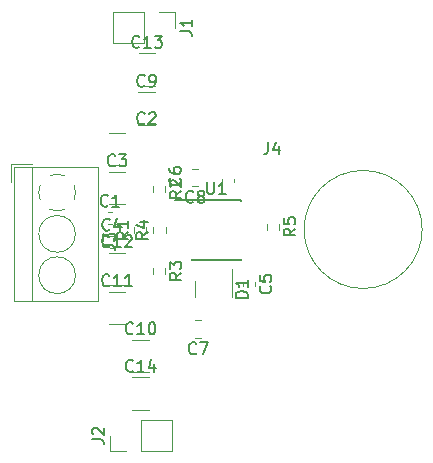
<source format=gbr>
%TF.GenerationSoftware,KiCad,Pcbnew,6.0.4-6f826c9f35~116~ubuntu18.04.1*%
%TF.CreationDate,2022-05-09T12:51:31-04:00*%
%TF.ProjectId,Instrumentation_ampl_with_batteries,496e7374-7275-46d6-956e-746174696f6e,rev?*%
%TF.SameCoordinates,Original*%
%TF.FileFunction,Legend,Top*%
%TF.FilePolarity,Positive*%
%FSLAX46Y46*%
G04 Gerber Fmt 4.6, Leading zero omitted, Abs format (unit mm)*
G04 Created by KiCad (PCBNEW 6.0.4-6f826c9f35~116~ubuntu18.04.1) date 2022-05-09 12:51:31*
%MOMM*%
%LPD*%
G01*
G04 APERTURE LIST*
%ADD10C,0.150000*%
%ADD11C,0.120000*%
G04 APERTURE END LIST*
D10*
%TO.C,C14*%
X73984142Y-122771142D02*
X73936523Y-122818761D01*
X73793666Y-122866380D01*
X73698428Y-122866380D01*
X73555571Y-122818761D01*
X73460333Y-122723523D01*
X73412714Y-122628285D01*
X73365095Y-122437809D01*
X73365095Y-122294952D01*
X73412714Y-122104476D01*
X73460333Y-122009238D01*
X73555571Y-121914000D01*
X73698428Y-121866380D01*
X73793666Y-121866380D01*
X73936523Y-121914000D01*
X73984142Y-121961619D01*
X74936523Y-122866380D02*
X74365095Y-122866380D01*
X74650809Y-122866380D02*
X74650809Y-121866380D01*
X74555571Y-122009238D01*
X74460333Y-122104476D01*
X74365095Y-122152095D01*
X75793666Y-122199714D02*
X75793666Y-122866380D01*
X75555571Y-121818761D02*
X75317476Y-122533047D01*
X75936523Y-122533047D01*
%TO.C,C13*%
X74541142Y-95339142D02*
X74493523Y-95386761D01*
X74350666Y-95434380D01*
X74255428Y-95434380D01*
X74112571Y-95386761D01*
X74017333Y-95291523D01*
X73969714Y-95196285D01*
X73922095Y-95005809D01*
X73922095Y-94862952D01*
X73969714Y-94672476D01*
X74017333Y-94577238D01*
X74112571Y-94482000D01*
X74255428Y-94434380D01*
X74350666Y-94434380D01*
X74493523Y-94482000D01*
X74541142Y-94529619D01*
X75493523Y-95434380D02*
X74922095Y-95434380D01*
X75207809Y-95434380D02*
X75207809Y-94434380D01*
X75112571Y-94577238D01*
X75017333Y-94672476D01*
X74922095Y-94720095D01*
X75826857Y-94434380D02*
X76445904Y-94434380D01*
X76112571Y-94815333D01*
X76255428Y-94815333D01*
X76350666Y-94862952D01*
X76398285Y-94910571D01*
X76445904Y-95005809D01*
X76445904Y-95243904D01*
X76398285Y-95339142D01*
X76350666Y-95386761D01*
X76255428Y-95434380D01*
X75969714Y-95434380D01*
X75874476Y-95386761D01*
X75826857Y-95339142D01*
%TO.C,C12*%
X72001142Y-112230142D02*
X71953523Y-112277761D01*
X71810666Y-112325380D01*
X71715428Y-112325380D01*
X71572571Y-112277761D01*
X71477333Y-112182523D01*
X71429714Y-112087285D01*
X71382095Y-111896809D01*
X71382095Y-111753952D01*
X71429714Y-111563476D01*
X71477333Y-111468238D01*
X71572571Y-111373000D01*
X71715428Y-111325380D01*
X71810666Y-111325380D01*
X71953523Y-111373000D01*
X72001142Y-111420619D01*
X72953523Y-112325380D02*
X72382095Y-112325380D01*
X72667809Y-112325380D02*
X72667809Y-111325380D01*
X72572571Y-111468238D01*
X72477333Y-111563476D01*
X72382095Y-111611095D01*
X73334476Y-111420619D02*
X73382095Y-111373000D01*
X73477333Y-111325380D01*
X73715428Y-111325380D01*
X73810666Y-111373000D01*
X73858285Y-111420619D01*
X73905904Y-111515857D01*
X73905904Y-111611095D01*
X73858285Y-111753952D01*
X73286857Y-112325380D01*
X73905904Y-112325380D01*
%TO.C,C11*%
X72001142Y-115532142D02*
X71953523Y-115579761D01*
X71810666Y-115627380D01*
X71715428Y-115627380D01*
X71572571Y-115579761D01*
X71477333Y-115484523D01*
X71429714Y-115389285D01*
X71382095Y-115198809D01*
X71382095Y-115055952D01*
X71429714Y-114865476D01*
X71477333Y-114770238D01*
X71572571Y-114675000D01*
X71715428Y-114627380D01*
X71810666Y-114627380D01*
X71953523Y-114675000D01*
X72001142Y-114722619D01*
X72953523Y-115627380D02*
X72382095Y-115627380D01*
X72667809Y-115627380D02*
X72667809Y-114627380D01*
X72572571Y-114770238D01*
X72477333Y-114865476D01*
X72382095Y-114913095D01*
X73905904Y-115627380D02*
X73334476Y-115627380D01*
X73620190Y-115627380D02*
X73620190Y-114627380D01*
X73524952Y-114770238D01*
X73429714Y-114865476D01*
X73334476Y-114913095D01*
%TO.C,C10*%
X73984142Y-119596142D02*
X73936523Y-119643761D01*
X73793666Y-119691380D01*
X73698428Y-119691380D01*
X73555571Y-119643761D01*
X73460333Y-119548523D01*
X73412714Y-119453285D01*
X73365095Y-119262809D01*
X73365095Y-119119952D01*
X73412714Y-118929476D01*
X73460333Y-118834238D01*
X73555571Y-118739000D01*
X73698428Y-118691380D01*
X73793666Y-118691380D01*
X73936523Y-118739000D01*
X73984142Y-118786619D01*
X74936523Y-119691380D02*
X74365095Y-119691380D01*
X74650809Y-119691380D02*
X74650809Y-118691380D01*
X74555571Y-118834238D01*
X74460333Y-118929476D01*
X74365095Y-118977095D01*
X75555571Y-118691380D02*
X75650809Y-118691380D01*
X75746047Y-118739000D01*
X75793666Y-118786619D01*
X75841285Y-118881857D01*
X75888904Y-119072333D01*
X75888904Y-119310428D01*
X75841285Y-119500904D01*
X75793666Y-119596142D01*
X75746047Y-119643761D01*
X75650809Y-119691380D01*
X75555571Y-119691380D01*
X75460333Y-119643761D01*
X75412714Y-119596142D01*
X75365095Y-119500904D01*
X75317476Y-119310428D01*
X75317476Y-119072333D01*
X75365095Y-118881857D01*
X75412714Y-118786619D01*
X75460333Y-118739000D01*
X75555571Y-118691380D01*
%TO.C,C9*%
X74968333Y-98641142D02*
X74920714Y-98688761D01*
X74777857Y-98736380D01*
X74682619Y-98736380D01*
X74539761Y-98688761D01*
X74444523Y-98593523D01*
X74396904Y-98498285D01*
X74349285Y-98307809D01*
X74349285Y-98164952D01*
X74396904Y-97974476D01*
X74444523Y-97879238D01*
X74539761Y-97784000D01*
X74682619Y-97736380D01*
X74777857Y-97736380D01*
X74920714Y-97784000D01*
X74968333Y-97831619D01*
X75444523Y-98736380D02*
X75635000Y-98736380D01*
X75730238Y-98688761D01*
X75777857Y-98641142D01*
X75873095Y-98498285D01*
X75920714Y-98307809D01*
X75920714Y-97926857D01*
X75873095Y-97831619D01*
X75825476Y-97784000D01*
X75730238Y-97736380D01*
X75539761Y-97736380D01*
X75444523Y-97784000D01*
X75396904Y-97831619D01*
X75349285Y-97926857D01*
X75349285Y-98164952D01*
X75396904Y-98260190D01*
X75444523Y-98307809D01*
X75539761Y-98355428D01*
X75730238Y-98355428D01*
X75825476Y-98307809D01*
X75873095Y-98260190D01*
X75920714Y-98164952D01*
%TO.C,C3*%
X72477333Y-105372142D02*
X72429714Y-105419761D01*
X72286857Y-105467380D01*
X72191619Y-105467380D01*
X72048761Y-105419761D01*
X71953523Y-105324523D01*
X71905904Y-105229285D01*
X71858285Y-105038809D01*
X71858285Y-104895952D01*
X71905904Y-104705476D01*
X71953523Y-104610238D01*
X72048761Y-104515000D01*
X72191619Y-104467380D01*
X72286857Y-104467380D01*
X72429714Y-104515000D01*
X72477333Y-104562619D01*
X72810666Y-104467380D02*
X73429714Y-104467380D01*
X73096380Y-104848333D01*
X73239238Y-104848333D01*
X73334476Y-104895952D01*
X73382095Y-104943571D01*
X73429714Y-105038809D01*
X73429714Y-105276904D01*
X73382095Y-105372142D01*
X73334476Y-105419761D01*
X73239238Y-105467380D01*
X72953523Y-105467380D01*
X72858285Y-105419761D01*
X72810666Y-105372142D01*
%TO.C,C2*%
X74968333Y-101816142D02*
X74920714Y-101863761D01*
X74777857Y-101911380D01*
X74682619Y-101911380D01*
X74539761Y-101863761D01*
X74444523Y-101768523D01*
X74396904Y-101673285D01*
X74349285Y-101482809D01*
X74349285Y-101339952D01*
X74396904Y-101149476D01*
X74444523Y-101054238D01*
X74539761Y-100959000D01*
X74682619Y-100911380D01*
X74777857Y-100911380D01*
X74920714Y-100959000D01*
X74968333Y-101006619D01*
X75349285Y-101006619D02*
X75396904Y-100959000D01*
X75492142Y-100911380D01*
X75730238Y-100911380D01*
X75825476Y-100959000D01*
X75873095Y-101006619D01*
X75920714Y-101101857D01*
X75920714Y-101197095D01*
X75873095Y-101339952D01*
X75301666Y-101911380D01*
X75920714Y-101911380D01*
%TO.C,J3*%
X71476380Y-112164333D02*
X72190666Y-112164333D01*
X72333523Y-112211952D01*
X72428761Y-112307190D01*
X72476380Y-112450047D01*
X72476380Y-112545285D01*
X71476380Y-111783380D02*
X71476380Y-111164333D01*
X71857333Y-111497666D01*
X71857333Y-111354809D01*
X71904952Y-111259571D01*
X71952571Y-111211952D01*
X72047809Y-111164333D01*
X72285904Y-111164333D01*
X72381142Y-111211952D01*
X72428761Y-111259571D01*
X72476380Y-111354809D01*
X72476380Y-111640523D01*
X72428761Y-111735761D01*
X72381142Y-111783380D01*
%TO.C,J1*%
X77982380Y-94059333D02*
X78696666Y-94059333D01*
X78839523Y-94106952D01*
X78934761Y-94202190D01*
X78982380Y-94345047D01*
X78982380Y-94440285D01*
X78982380Y-93059333D02*
X78982380Y-93630761D01*
X78982380Y-93345047D02*
X77982380Y-93345047D01*
X78125238Y-93440285D01*
X78220476Y-93535523D01*
X78268095Y-93630761D01*
%TO.C,J4*%
X85421629Y-103455411D02*
X85421629Y-104169697D01*
X85374010Y-104312554D01*
X85278772Y-104407792D01*
X85135915Y-104455411D01*
X85040677Y-104455411D01*
X86326391Y-103788745D02*
X86326391Y-104455411D01*
X86088296Y-103407792D02*
X85850201Y-104122078D01*
X86469248Y-104122078D01*
%TO.C,C4*%
X72019333Y-110814142D02*
X71971714Y-110861761D01*
X71828857Y-110909380D01*
X71733619Y-110909380D01*
X71590761Y-110861761D01*
X71495523Y-110766523D01*
X71447904Y-110671285D01*
X71400285Y-110480809D01*
X71400285Y-110337952D01*
X71447904Y-110147476D01*
X71495523Y-110052238D01*
X71590761Y-109957000D01*
X71733619Y-109909380D01*
X71828857Y-109909380D01*
X71971714Y-109957000D01*
X72019333Y-110004619D01*
X72876476Y-110242714D02*
X72876476Y-110909380D01*
X72638380Y-109861761D02*
X72400285Y-110576047D01*
X73019333Y-110576047D01*
%TO.C,C8*%
X79081333Y-108463142D02*
X79033714Y-108510761D01*
X78890857Y-108558380D01*
X78795619Y-108558380D01*
X78652761Y-108510761D01*
X78557523Y-108415523D01*
X78509904Y-108320285D01*
X78462285Y-108129809D01*
X78462285Y-107986952D01*
X78509904Y-107796476D01*
X78557523Y-107701238D01*
X78652761Y-107606000D01*
X78795619Y-107558380D01*
X78890857Y-107558380D01*
X79033714Y-107606000D01*
X79081333Y-107653619D01*
X79652761Y-107986952D02*
X79557523Y-107939333D01*
X79509904Y-107891714D01*
X79462285Y-107796476D01*
X79462285Y-107748857D01*
X79509904Y-107653619D01*
X79557523Y-107606000D01*
X79652761Y-107558380D01*
X79843238Y-107558380D01*
X79938476Y-107606000D01*
X79986095Y-107653619D01*
X80033714Y-107748857D01*
X80033714Y-107796476D01*
X79986095Y-107891714D01*
X79938476Y-107939333D01*
X79843238Y-107986952D01*
X79652761Y-107986952D01*
X79557523Y-108034571D01*
X79509904Y-108082190D01*
X79462285Y-108177428D01*
X79462285Y-108367904D01*
X79509904Y-108463142D01*
X79557523Y-108510761D01*
X79652761Y-108558380D01*
X79843238Y-108558380D01*
X79938476Y-108510761D01*
X79986095Y-108463142D01*
X80033714Y-108367904D01*
X80033714Y-108177428D01*
X79986095Y-108082190D01*
X79938476Y-108034571D01*
X79843238Y-107986952D01*
%TO.C,C1*%
X71865833Y-108782142D02*
X71818214Y-108829761D01*
X71675357Y-108877380D01*
X71580119Y-108877380D01*
X71437261Y-108829761D01*
X71342023Y-108734523D01*
X71294404Y-108639285D01*
X71246785Y-108448809D01*
X71246785Y-108305952D01*
X71294404Y-108115476D01*
X71342023Y-108020238D01*
X71437261Y-107925000D01*
X71580119Y-107877380D01*
X71675357Y-107877380D01*
X71818214Y-107925000D01*
X71865833Y-107972619D01*
X72818214Y-108877380D02*
X72246785Y-108877380D01*
X72532500Y-108877380D02*
X72532500Y-107877380D01*
X72437261Y-108020238D01*
X72342023Y-108115476D01*
X72246785Y-108163095D01*
%TO.C,R5*%
X87734380Y-110760166D02*
X87258190Y-111093500D01*
X87734380Y-111331595D02*
X86734380Y-111331595D01*
X86734380Y-110950642D01*
X86782000Y-110855404D01*
X86829619Y-110807785D01*
X86924857Y-110760166D01*
X87067714Y-110760166D01*
X87162952Y-110807785D01*
X87210571Y-110855404D01*
X87258190Y-110950642D01*
X87258190Y-111331595D01*
X86734380Y-109855404D02*
X86734380Y-110331595D01*
X87210571Y-110379214D01*
X87162952Y-110331595D01*
X87115333Y-110236357D01*
X87115333Y-109998261D01*
X87162952Y-109903023D01*
X87210571Y-109855404D01*
X87305809Y-109807785D01*
X87543904Y-109807785D01*
X87639142Y-109855404D01*
X87686761Y-109903023D01*
X87734380Y-109998261D01*
X87734380Y-110236357D01*
X87686761Y-110331595D01*
X87639142Y-110379214D01*
%TO.C,R1*%
X73594880Y-111037666D02*
X73118690Y-111371000D01*
X73594880Y-111609095D02*
X72594880Y-111609095D01*
X72594880Y-111228142D01*
X72642500Y-111132904D01*
X72690119Y-111085285D01*
X72785357Y-111037666D01*
X72928214Y-111037666D01*
X73023452Y-111085285D01*
X73071071Y-111132904D01*
X73118690Y-111228142D01*
X73118690Y-111609095D01*
X73594880Y-110085285D02*
X73594880Y-110656714D01*
X73594880Y-110371000D02*
X72594880Y-110371000D01*
X72737738Y-110466238D01*
X72832976Y-110561476D01*
X72880595Y-110656714D01*
%TO.C,C6*%
X77955642Y-106465666D02*
X78003261Y-106513285D01*
X78050880Y-106656142D01*
X78050880Y-106751380D01*
X78003261Y-106894238D01*
X77908023Y-106989476D01*
X77812785Y-107037095D01*
X77622309Y-107084714D01*
X77479452Y-107084714D01*
X77288976Y-107037095D01*
X77193738Y-106989476D01*
X77098500Y-106894238D01*
X77050880Y-106751380D01*
X77050880Y-106656142D01*
X77098500Y-106513285D01*
X77146119Y-106465666D01*
X77050880Y-105608523D02*
X77050880Y-105799000D01*
X77098500Y-105894238D01*
X77146119Y-105941857D01*
X77288976Y-106037095D01*
X77479452Y-106084714D01*
X77860404Y-106084714D01*
X77955642Y-106037095D01*
X78003261Y-105989476D01*
X78050880Y-105894238D01*
X78050880Y-105703761D01*
X78003261Y-105608523D01*
X77955642Y-105560904D01*
X77860404Y-105513285D01*
X77622309Y-105513285D01*
X77527071Y-105560904D01*
X77479452Y-105608523D01*
X77431833Y-105703761D01*
X77431833Y-105894238D01*
X77479452Y-105989476D01*
X77527071Y-106037095D01*
X77622309Y-106084714D01*
%TO.C,D1*%
X83690380Y-116610595D02*
X82690380Y-116610595D01*
X82690380Y-116372500D01*
X82738000Y-116229642D01*
X82833238Y-116134404D01*
X82928476Y-116086785D01*
X83118952Y-116039166D01*
X83261809Y-116039166D01*
X83452285Y-116086785D01*
X83547523Y-116134404D01*
X83642761Y-116229642D01*
X83690380Y-116372500D01*
X83690380Y-116610595D01*
X83690380Y-115086785D02*
X83690380Y-115658214D01*
X83690380Y-115372500D02*
X82690380Y-115372500D01*
X82833238Y-115467738D01*
X82928476Y-115562976D01*
X82976095Y-115658214D01*
%TO.C,J2*%
X70523380Y-128603333D02*
X71237666Y-128603333D01*
X71380523Y-128650952D01*
X71475761Y-128746190D01*
X71523380Y-128889047D01*
X71523380Y-128984285D01*
X70618619Y-128174761D02*
X70571000Y-128127142D01*
X70523380Y-128031904D01*
X70523380Y-127793809D01*
X70571000Y-127698571D01*
X70618619Y-127650952D01*
X70713857Y-127603333D01*
X70809095Y-127603333D01*
X70951952Y-127650952D01*
X71523380Y-128222380D01*
X71523380Y-127603333D01*
%TO.C,R4*%
X75256880Y-111061166D02*
X74780690Y-111394500D01*
X75256880Y-111632595D02*
X74256880Y-111632595D01*
X74256880Y-111251642D01*
X74304500Y-111156404D01*
X74352119Y-111108785D01*
X74447357Y-111061166D01*
X74590214Y-111061166D01*
X74685452Y-111108785D01*
X74733071Y-111156404D01*
X74780690Y-111251642D01*
X74780690Y-111632595D01*
X74590214Y-110204023D02*
X75256880Y-110204023D01*
X74209261Y-110442119D02*
X74923547Y-110680214D01*
X74923547Y-110061166D01*
%TO.C,C5*%
X85607142Y-115609666D02*
X85654761Y-115657285D01*
X85702380Y-115800142D01*
X85702380Y-115895380D01*
X85654761Y-116038238D01*
X85559523Y-116133476D01*
X85464285Y-116181095D01*
X85273809Y-116228714D01*
X85130952Y-116228714D01*
X84940476Y-116181095D01*
X84845238Y-116133476D01*
X84750000Y-116038238D01*
X84702380Y-115895380D01*
X84702380Y-115800142D01*
X84750000Y-115657285D01*
X84797619Y-115609666D01*
X84702380Y-114704904D02*
X84702380Y-115181095D01*
X85178571Y-115228714D01*
X85130952Y-115181095D01*
X85083333Y-115085857D01*
X85083333Y-114847761D01*
X85130952Y-114752523D01*
X85178571Y-114704904D01*
X85273809Y-114657285D01*
X85511904Y-114657285D01*
X85607142Y-114704904D01*
X85654761Y-114752523D01*
X85702380Y-114847761D01*
X85702380Y-115085857D01*
X85654761Y-115181095D01*
X85607142Y-115228714D01*
%TO.C,R3*%
X78082380Y-114490166D02*
X77606190Y-114823500D01*
X78082380Y-115061595D02*
X77082380Y-115061595D01*
X77082380Y-114680642D01*
X77130000Y-114585404D01*
X77177619Y-114537785D01*
X77272857Y-114490166D01*
X77415714Y-114490166D01*
X77510952Y-114537785D01*
X77558571Y-114585404D01*
X77606190Y-114680642D01*
X77606190Y-115061595D01*
X77082380Y-114156833D02*
X77082380Y-113537785D01*
X77463333Y-113871119D01*
X77463333Y-113728261D01*
X77510952Y-113633023D01*
X77558571Y-113585404D01*
X77653809Y-113537785D01*
X77891904Y-113537785D01*
X77987142Y-113585404D01*
X78034761Y-113633023D01*
X78082380Y-113728261D01*
X78082380Y-114013976D01*
X78034761Y-114109214D01*
X77987142Y-114156833D01*
%TO.C,C7*%
X79335333Y-121290142D02*
X79287714Y-121337761D01*
X79144857Y-121385380D01*
X79049619Y-121385380D01*
X78906761Y-121337761D01*
X78811523Y-121242523D01*
X78763904Y-121147285D01*
X78716285Y-120956809D01*
X78716285Y-120813952D01*
X78763904Y-120623476D01*
X78811523Y-120528238D01*
X78906761Y-120433000D01*
X79049619Y-120385380D01*
X79144857Y-120385380D01*
X79287714Y-120433000D01*
X79335333Y-120480619D01*
X79668666Y-120385380D02*
X80335333Y-120385380D01*
X79906761Y-121385380D01*
%TO.C,U1*%
X80264095Y-106823380D02*
X80264095Y-107632904D01*
X80311714Y-107728142D01*
X80359333Y-107775761D01*
X80454571Y-107823380D01*
X80645047Y-107823380D01*
X80740285Y-107775761D01*
X80787904Y-107728142D01*
X80835523Y-107632904D01*
X80835523Y-106823380D01*
X81835523Y-107823380D02*
X81264095Y-107823380D01*
X81549809Y-107823380D02*
X81549809Y-106823380D01*
X81454571Y-106966238D01*
X81359333Y-107061476D01*
X81264095Y-107109095D01*
%TO.C,R2*%
X78082380Y-107585166D02*
X77606190Y-107918500D01*
X78082380Y-108156595D02*
X77082380Y-108156595D01*
X77082380Y-107775642D01*
X77130000Y-107680404D01*
X77177619Y-107632785D01*
X77272857Y-107585166D01*
X77415714Y-107585166D01*
X77510952Y-107632785D01*
X77558571Y-107680404D01*
X77606190Y-107775642D01*
X77606190Y-108156595D01*
X77177619Y-107204214D02*
X77130000Y-107156595D01*
X77082380Y-107061357D01*
X77082380Y-106823261D01*
X77130000Y-106728023D01*
X77177619Y-106680404D01*
X77272857Y-106632785D01*
X77368095Y-106632785D01*
X77510952Y-106680404D01*
X78082380Y-107251833D01*
X78082380Y-106632785D01*
D11*
%TO.C,C14*%
X73915748Y-123354000D02*
X75338252Y-123354000D01*
X73915748Y-126074000D02*
X75338252Y-126074000D01*
%TO.C,C13*%
X74472748Y-95922000D02*
X75895252Y-95922000D01*
X74472748Y-98642000D02*
X75895252Y-98642000D01*
%TO.C,C12*%
X71932748Y-112813000D02*
X73355252Y-112813000D01*
X71932748Y-115533000D02*
X73355252Y-115533000D01*
%TO.C,C11*%
X71932748Y-116115000D02*
X73355252Y-116115000D01*
X71932748Y-118835000D02*
X73355252Y-118835000D01*
%TO.C,C10*%
X73915748Y-120179000D02*
X75338252Y-120179000D01*
X73915748Y-122899000D02*
X75338252Y-122899000D01*
%TO.C,C9*%
X74423748Y-101944000D02*
X75846252Y-101944000D01*
X74423748Y-99224000D02*
X75846252Y-99224000D01*
%TO.C,C3*%
X71932748Y-105955000D02*
X73355252Y-105955000D01*
X71932748Y-108675000D02*
X73355252Y-108675000D01*
%TO.C,C2*%
X71932748Y-102653000D02*
X73355252Y-102653000D01*
X71932748Y-105373000D02*
X73355252Y-105373000D01*
%TO.C,J3*%
X63664000Y-105296000D02*
X63664000Y-106796000D01*
X71024000Y-105536000D02*
X63904000Y-105536000D01*
X65404000Y-105296000D02*
X63664000Y-105296000D01*
X71024000Y-116856000D02*
X63904000Y-116856000D01*
X65464000Y-105536000D02*
X65464000Y-116856000D01*
X71024000Y-105536000D02*
X71024000Y-116856000D01*
X63904000Y-105536000D02*
X63904000Y-116856000D01*
X66009000Y-107696000D02*
G75*
G03*
X66132615Y-108303587I1555000J0D01*
G01*
X68996000Y-108304000D02*
G75*
G03*
X68996109Y-107088258I-1432000J608000D01*
G01*
X66132000Y-107088000D02*
G75*
G03*
X66008507Y-107723011I1431988J-607998D01*
G01*
X68172000Y-106264000D02*
G75*
G03*
X66956258Y-106263891I-608000J-1432000D01*
G01*
X66956000Y-109128000D02*
G75*
G03*
X68171742Y-109128109I607999J1432003D01*
G01*
X69119000Y-114696000D02*
G75*
G03*
X69119000Y-114696000I-1555000J0D01*
G01*
X69119000Y-111196000D02*
G75*
G03*
X69119000Y-111196000I-1555000J0D01*
G01*
%TO.C,J1*%
X74930000Y-95056000D02*
X72330000Y-95056000D01*
X76200000Y-92396000D02*
X77530000Y-92396000D01*
X72330000Y-92396000D02*
X72330000Y-95056000D01*
X77530000Y-92396000D02*
X77530000Y-93726000D01*
X74930000Y-92396000D02*
X72330000Y-92396000D01*
X74930000Y-92396000D02*
X74930000Y-95056000D01*
%TO.C,J4*%
X98472000Y-110820000D02*
G75*
G03*
X98472000Y-110820000I-5000000J0D01*
G01*
%TO.C,C4*%
X72039733Y-112397000D02*
X72332267Y-112397000D01*
X72039733Y-111377000D02*
X72332267Y-111377000D01*
%TO.C,C8*%
X79509252Y-107161000D02*
X78986748Y-107161000D01*
X79509252Y-105691000D02*
X78986748Y-105691000D01*
%TO.C,C1*%
X71886233Y-109345000D02*
X72178767Y-109345000D01*
X71886233Y-110365000D02*
X72178767Y-110365000D01*
%TO.C,R5*%
X86374500Y-110338776D02*
X86374500Y-110848224D01*
X85329500Y-110338776D02*
X85329500Y-110848224D01*
%TO.C,R1*%
X74050000Y-111125724D02*
X74050000Y-110616276D01*
X75095000Y-111125724D02*
X75095000Y-110616276D01*
%TO.C,C6*%
X81532000Y-106826267D02*
X81532000Y-106533733D01*
X82552000Y-106826267D02*
X82552000Y-106533733D01*
%TO.C,D1*%
X82398000Y-115872500D02*
X82398000Y-116522500D01*
X79278000Y-115872500D02*
X79278000Y-116522500D01*
X82398000Y-115872500D02*
X82398000Y-114197500D01*
X79278000Y-115872500D02*
X79278000Y-115222500D01*
%TO.C,J2*%
X74671000Y-126940000D02*
X77271000Y-126940000D01*
X74671000Y-129600000D02*
X77271000Y-129600000D01*
X73401000Y-129600000D02*
X72071000Y-129600000D01*
X74671000Y-129600000D02*
X74671000Y-126940000D01*
X77271000Y-129600000D02*
X77271000Y-126940000D01*
X72071000Y-129600000D02*
X72071000Y-128270000D01*
%TO.C,R4*%
X75712000Y-111149224D02*
X75712000Y-110639776D01*
X76757000Y-111149224D02*
X76757000Y-110639776D01*
%TO.C,C5*%
X84330000Y-115296733D02*
X84330000Y-115589267D01*
X83310000Y-115296733D02*
X83310000Y-115589267D01*
%TO.C,R3*%
X76722500Y-114068776D02*
X76722500Y-114578224D01*
X75677500Y-114068776D02*
X75677500Y-114578224D01*
%TO.C,C7*%
X79763252Y-119988000D02*
X79240748Y-119988000D01*
X79763252Y-118518000D02*
X79240748Y-118518000D01*
D10*
%TO.C,U1*%
X78951000Y-113446000D02*
X78951000Y-113301000D01*
X83101000Y-113446000D02*
X83101000Y-113301000D01*
X78951000Y-108296000D02*
X83101000Y-108296000D01*
X78951000Y-108296000D02*
X78951000Y-108346000D01*
X83101000Y-108296000D02*
X83101000Y-108441000D01*
X78951000Y-113446000D02*
X83101000Y-113446000D01*
X78951000Y-108346000D02*
X77551000Y-108346000D01*
D11*
%TO.C,R2*%
X75677500Y-107163776D02*
X75677500Y-107673224D01*
X76722500Y-107163776D02*
X76722500Y-107673224D01*
%TD*%
M02*

</source>
